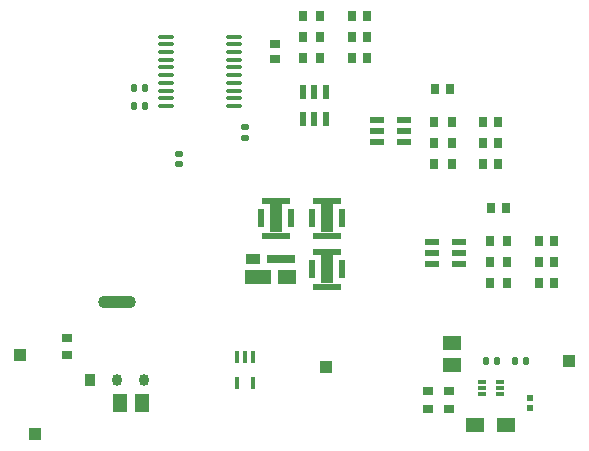
<source format=gtp>
G04*
G04 #@! TF.GenerationSoftware,Altium Limited,Altium Designer,21.6.4 (81)*
G04*
G04 Layer_Color=8421504*
%FSLAX23Y23*%
%MOIN*%
G70*
G04*
G04 #@! TF.SameCoordinates,5C7EE660-6927-4EDB-96E5-1C855801FDE5*
G04*
G04*
G04 #@! TF.FilePolarity,Positive*
G04*
G01*
G75*
%ADD16R,0.026X0.035*%
%ADD17R,0.051X0.019*%
%ADD18R,0.031X0.037*%
%ADD19R,0.039X0.039*%
%ADD20R,0.087X0.047*%
%ADD21R,0.059X0.051*%
%ADD22R,0.094X0.031*%
%ADD23R,0.051X0.035*%
%ADD24R,0.024X0.059*%
%ADD25R,0.094X0.019*%
%ADD26R,0.039X0.094*%
%ADD27R,0.051X0.059*%
%ADD28R,0.035X0.026*%
%ADD29R,0.019X0.051*%
%ADD30R,0.059X0.051*%
G04:AMPARAMS|DCode=31|XSize=19mil|YSize=24mil|CornerRadius=2mil|HoleSize=0mil|Usage=FLASHONLY|Rotation=0.000|XOffset=0mil|YOffset=0mil|HoleType=Round|Shape=RoundedRectangle|*
%AMROUNDEDRECTD31*
21,1,0.019,0.020,0,0,0.0*
21,1,0.015,0.024,0,0,0.0*
1,1,0.004,0.008,-0.010*
1,1,0.004,-0.008,-0.010*
1,1,0.004,-0.008,0.010*
1,1,0.004,0.008,0.010*
%
%ADD31ROUNDEDRECTD31*%
G04:AMPARAMS|DCode=32|XSize=19mil|YSize=24mil|CornerRadius=2mil|HoleSize=0mil|Usage=FLASHONLY|Rotation=270.000|XOffset=0mil|YOffset=0mil|HoleType=Round|Shape=RoundedRectangle|*
%AMROUNDEDRECTD32*
21,1,0.019,0.020,0,0,270.0*
21,1,0.015,0.024,0,0,270.0*
1,1,0.004,-0.010,-0.008*
1,1,0.004,-0.010,0.008*
1,1,0.004,0.010,0.008*
1,1,0.004,0.010,-0.008*
%
%ADD32ROUNDEDRECTD32*%
G04:AMPARAMS|DCode=33|XSize=26mil|YSize=12mil|CornerRadius=1mil|HoleSize=0mil|Usage=FLASHONLY|Rotation=0.000|XOffset=0mil|YOffset=0mil|HoleType=Round|Shape=RoundedRectangle|*
%AMROUNDEDRECTD33*
21,1,0.026,0.010,0,0,0.0*
21,1,0.024,0.012,0,0,0.0*
1,1,0.002,0.012,-0.005*
1,1,0.002,-0.012,-0.005*
1,1,0.002,-0.012,0.005*
1,1,0.002,0.012,0.005*
%
%ADD33ROUNDEDRECTD33*%
%ADD34R,0.037X0.031*%
%ADD35R,0.059X0.047*%
%ADD36R,0.034X0.040*%
G04:AMPARAMS|DCode=37|XSize=40mil|YSize=34mil|CornerRadius=17mil|HoleSize=0mil|Usage=FLASHONLY|Rotation=90.000|XOffset=0mil|YOffset=0mil|HoleType=Round|Shape=RoundedRectangle|*
%AMROUNDEDRECTD37*
21,1,0.040,0.000,0,0,90.0*
21,1,0.005,0.034,0,0,90.0*
1,1,0.034,0.000,0.003*
1,1,0.034,0.000,-0.003*
1,1,0.034,0.000,-0.003*
1,1,0.034,0.000,0.003*
%
%ADD37ROUNDEDRECTD37*%
G04:AMPARAMS|DCode=38|XSize=40mil|YSize=125mil|CornerRadius=17mil|HoleSize=0mil|Usage=FLASHONLY|Rotation=90.000|XOffset=0mil|YOffset=0mil|HoleType=Round|Shape=RoundedRectangle|*
%AMROUNDEDRECTD38*
21,1,0.040,0.091,0,0,90.0*
21,1,0.005,0.125,0,0,90.0*
1,1,0.034,0.045,0.003*
1,1,0.034,0.045,-0.003*
1,1,0.034,-0.045,-0.003*
1,1,0.034,-0.045,0.003*
%
%ADD38ROUNDEDRECTD38*%
%ADD39R,0.020X0.020*%
G04:AMPARAMS|DCode=40|XSize=37mil|YSize=16mil|CornerRadius=2mil|HoleSize=0mil|Usage=FLASHONLY|Rotation=270.000|XOffset=0mil|YOffset=0mil|HoleType=Round|Shape=RoundedRectangle|*
%AMROUNDEDRECTD40*
21,1,0.037,0.012,0,0,270.0*
21,1,0.033,0.016,0,0,270.0*
1,1,0.004,-0.006,-0.017*
1,1,0.004,-0.006,0.017*
1,1,0.004,0.006,0.017*
1,1,0.004,0.006,-0.017*
%
%ADD40ROUNDEDRECTD40*%
%ADD41O,0.053X0.016*%
D16*
X499Y335D02*
D03*
X441D02*
D03*
X499Y405D02*
D03*
X441D02*
D03*
X499Y265D02*
D03*
X441D02*
D03*
X684Y-60D02*
D03*
X626D02*
D03*
X684Y-130D02*
D03*
X626D02*
D03*
X684Y10D02*
D03*
X626D02*
D03*
X3Y760D02*
D03*
X60D02*
D03*
X3Y690D02*
D03*
X60D02*
D03*
X3Y620D02*
D03*
X60D02*
D03*
D17*
X340Y412D02*
D03*
Y375D02*
D03*
Y338D02*
D03*
X250D02*
D03*
Y375D02*
D03*
Y412D02*
D03*
X525Y7D02*
D03*
Y-30D02*
D03*
Y-67D02*
D03*
X435D02*
D03*
Y-30D02*
D03*
Y7D02*
D03*
D18*
X495Y515D02*
D03*
X445D02*
D03*
X655Y405D02*
D03*
X605D02*
D03*
X655Y335D02*
D03*
X605D02*
D03*
X655Y265D02*
D03*
X605D02*
D03*
X840Y-130D02*
D03*
X790D02*
D03*
Y-60D02*
D03*
X840D02*
D03*
X630Y120D02*
D03*
X680D02*
D03*
X790Y10D02*
D03*
X840D02*
D03*
X167Y760D02*
D03*
X216D02*
D03*
X167Y620D02*
D03*
X216D02*
D03*
X167Y690D02*
D03*
X216D02*
D03*
D19*
X-890Y-635D02*
D03*
X80Y-410D02*
D03*
X890Y-390D02*
D03*
X-940Y-370D02*
D03*
D20*
X-146Y-110D02*
D03*
D21*
X-50D02*
D03*
D22*
X-68Y-49D02*
D03*
D23*
X-164D02*
D03*
D24*
X35Y-85D02*
D03*
X135D02*
D03*
X-35Y85D02*
D03*
X-135D02*
D03*
X35D02*
D03*
X135D02*
D03*
D25*
X85Y-27D02*
D03*
Y-143D02*
D03*
X-85Y27D02*
D03*
Y143D02*
D03*
X85D02*
D03*
Y27D02*
D03*
D26*
Y-85D02*
D03*
X-85Y85D02*
D03*
X85D02*
D03*
D27*
X-533Y-530D02*
D03*
X-607D02*
D03*
D28*
X-784Y-370D02*
D03*
Y-313D02*
D03*
X490Y-549D02*
D03*
Y-491D02*
D03*
X420Y-549D02*
D03*
Y-491D02*
D03*
D29*
X4Y415D02*
D03*
X41D02*
D03*
X79D02*
D03*
Y505D02*
D03*
X41D02*
D03*
X4D02*
D03*
D30*
X500Y-330D02*
D03*
Y-405D02*
D03*
D31*
X-522Y520D02*
D03*
X-558D02*
D03*
X-522Y460D02*
D03*
X-558D02*
D03*
X710Y-390D02*
D03*
X746D02*
D03*
X614D02*
D03*
X650D02*
D03*
D32*
X-190Y354D02*
D03*
Y390D02*
D03*
X-410Y265D02*
D03*
Y301D02*
D03*
D33*
X659Y-460D02*
D03*
Y-480D02*
D03*
Y-500D02*
D03*
X601D02*
D03*
Y-480D02*
D03*
Y-460D02*
D03*
D34*
X-89Y615D02*
D03*
Y665D02*
D03*
D35*
X682Y-604D02*
D03*
X576D02*
D03*
D36*
X-705Y-455D02*
D03*
D37*
X-615D02*
D03*
X-525D02*
D03*
D38*
X-615Y-195D02*
D03*
D39*
X760Y-546D02*
D03*
Y-514D02*
D03*
D40*
X-164Y-463D02*
D03*
X-216D02*
D03*
Y-377D02*
D03*
X-190D02*
D03*
X-164D02*
D03*
D41*
X-227Y460D02*
D03*
Y485D02*
D03*
X-227Y511D02*
D03*
X-227Y537D02*
D03*
X-227Y562D02*
D03*
Y588D02*
D03*
X-227Y613D02*
D03*
X-227Y639D02*
D03*
Y665D02*
D03*
Y690D02*
D03*
X-453Y460D02*
D03*
Y485D02*
D03*
Y511D02*
D03*
X-453Y537D02*
D03*
X-453Y562D02*
D03*
Y588D02*
D03*
X-453Y613D02*
D03*
X-453Y639D02*
D03*
X-453Y665D02*
D03*
Y690D02*
D03*
M02*

</source>
